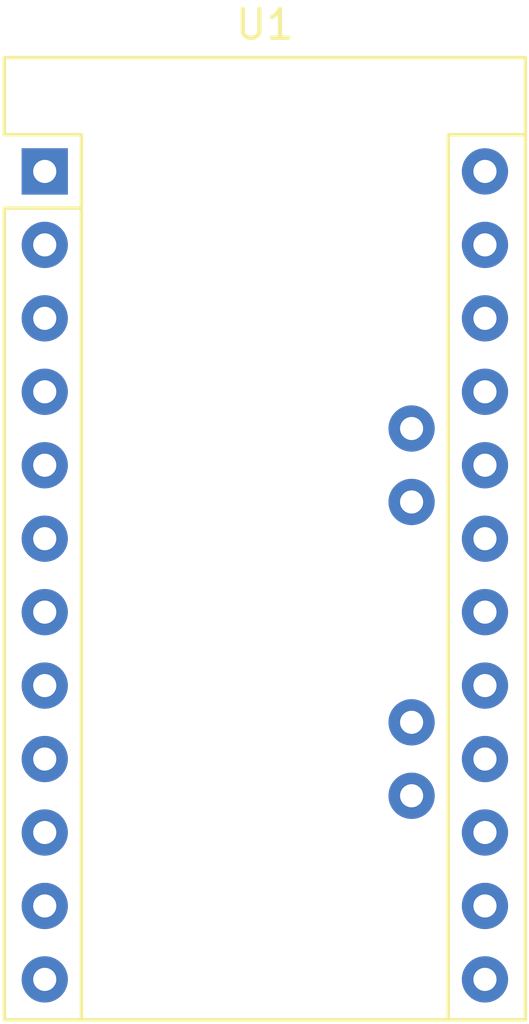
<source format=kicad_pcb>
(kicad_pcb (version 20171130) (host pcbnew "(5.1.10)-1")

  (general
    (thickness 1.6)
    (drawings 0)
    (tracks 0)
    (zones 0)
    (modules 1)
    (nets 1)
  )

  (page A4)
  (layers
    (0 F.Cu signal)
    (31 B.Cu signal)
    (32 B.Adhes user)
    (33 F.Adhes user)
    (34 B.Paste user)
    (35 F.Paste user)
    (36 B.SilkS user)
    (37 F.SilkS user)
    (38 B.Mask user)
    (39 F.Mask user)
    (40 Dwgs.User user)
    (41 Cmts.User user)
    (42 Eco1.User user)
    (43 Eco2.User user)
    (44 Edge.Cuts user)
    (45 Margin user)
    (46 B.CrtYd user)
    (47 F.CrtYd user)
    (48 B.Fab user)
    (49 F.Fab user)
  )

  (setup
    (last_trace_width 0.25)
    (trace_clearance 0.2)
    (zone_clearance 0.508)
    (zone_45_only no)
    (trace_min 0.2)
    (via_size 0.8)
    (via_drill 0.4)
    (via_min_size 0.4)
    (via_min_drill 0.3)
    (uvia_size 0.3)
    (uvia_drill 0.1)
    (uvias_allowed no)
    (uvia_min_size 0.2)
    (uvia_min_drill 0.1)
    (edge_width 0.05)
    (segment_width 0.2)
    (pcb_text_width 0.3)
    (pcb_text_size 1.5 1.5)
    (mod_edge_width 0.12)
    (mod_text_size 1 1)
    (mod_text_width 0.15)
    (pad_size 1.524 1.524)
    (pad_drill 0.762)
    (pad_to_mask_clearance 0)
    (aux_axis_origin 0 0)
    (visible_elements FFFFFF7F)
    (pcbplotparams
      (layerselection 0x010fc_ffffffff)
      (usegerberextensions false)
      (usegerberattributes true)
      (usegerberadvancedattributes true)
      (creategerberjobfile true)
      (excludeedgelayer true)
      (linewidth 0.100000)
      (plotframeref false)
      (viasonmask false)
      (mode 1)
      (useauxorigin false)
      (hpglpennumber 1)
      (hpglpenspeed 20)
      (hpglpendiameter 15.000000)
      (psnegative false)
      (psa4output false)
      (plotreference true)
      (plotvalue true)
      (plotinvisibletext false)
      (padsonsilk false)
      (subtractmaskfromsilk false)
      (outputformat 1)
      (mirror false)
      (drillshape 1)
      (scaleselection 1)
      (outputdirectory ""))
  )

  (net 0 "")

  (net_class Default "This is the default net class."
    (clearance 0.2)
    (trace_width 0.25)
    (via_dia 0.8)
    (via_drill 0.4)
    (uvia_dia 0.3)
    (uvia_drill 0.1)
    (add_net "Net-(U1-Pad1)")
    (add_net "Net-(U1-Pad10)")
    (add_net "Net-(U1-Pad11)")
    (add_net "Net-(U1-Pad12)")
    (add_net "Net-(U1-Pad13)")
    (add_net "Net-(U1-Pad14)")
    (add_net "Net-(U1-Pad15)")
    (add_net "Net-(U1-Pad16)")
    (add_net "Net-(U1-Pad17)")
    (add_net "Net-(U1-Pad18)")
    (add_net "Net-(U1-Pad19)")
    (add_net "Net-(U1-Pad2)")
    (add_net "Net-(U1-Pad20)")
    (add_net "Net-(U1-Pad21)")
    (add_net "Net-(U1-Pad22)")
    (add_net "Net-(U1-Pad23)")
    (add_net "Net-(U1-Pad24)")
    (add_net "Net-(U1-Pad3)")
    (add_net "Net-(U1-Pad4)")
    (add_net "Net-(U1-Pad5)")
    (add_net "Net-(U1-Pad6)")
    (add_net "Net-(U1-Pad7)")
    (add_net "Net-(U1-Pad8)")
    (add_net "Net-(U1-Pad9)")
    (add_net "Net-(U1-PadA4)")
    (add_net "Net-(U1-PadA5)")
    (add_net "Net-(U1-PadA6)")
    (add_net "Net-(U1-PadA7)")
  )

  (module Arduino:Arduino_Pro_Mini (layer F.Cu) (tedit 5FA0E9FC) (tstamp 61EF2AD2)
    (at 148.75 75.75)
    (descr "Arduino Pro Mini")
    (tags "Arduino Pro Mini")
    (path /61EFE1FE)
    (fp_text reference U1 (at 7.62 -5.08) (layer F.SilkS)
      (effects (font (size 1 1) (thickness 0.15)))
    )
    (fp_text value Arduino_Pro_Mini (at 8.89 19.05 90) (layer F.Fab)
      (effects (font (size 1 1) (thickness 0.15)))
    )
    (fp_text user %R (at 6.35 19.05 90) (layer F.Fab)
      (effects (font (size 1 1) (thickness 0.15)))
    )
    (fp_line (start 1.27 1.27) (end 1.27 -1.27) (layer F.SilkS) (width 0.12))
    (fp_line (start 1.27 -1.27) (end -1.397 -1.27) (layer F.SilkS) (width 0.12))
    (fp_line (start -1.397 1.27) (end -1.397 29.337) (layer F.SilkS) (width 0.12))
    (fp_line (start -1.397 -3.937) (end -1.397 -1.27) (layer F.SilkS) (width 0.12))
    (fp_line (start 13.97 -1.27) (end 16.64 -1.27) (layer F.SilkS) (width 0.12))
    (fp_line (start 13.97 -1.27) (end 13.97 29.337) (layer F.SilkS) (width 0.12))
    (fp_line (start -1.397 29.337) (end 16.64 29.337) (layer F.SilkS) (width 0.12))
    (fp_line (start 1.27 1.27) (end -1.397 1.27) (layer F.SilkS) (width 0.12))
    (fp_line (start 1.27 1.27) (end 1.27 29.337) (layer F.SilkS) (width 0.12))
    (fp_line (start 16.637 29.337) (end 16.637 -3.937) (layer F.SilkS) (width 0.12))
    (fp_line (start 16.637 -3.937) (end -1.397 -3.937) (layer F.SilkS) (width 0.12))
    (fp_line (start 16.51 29.21) (end -1.27 29.21) (layer F.Fab) (width 0.1))
    (fp_line (start -1.27 29.21) (end -1.27 -2.54) (layer F.Fab) (width 0.1))
    (fp_line (start -1.27 -2.54) (end 0 -3.81) (layer F.Fab) (width 0.1))
    (fp_line (start 0 -3.81) (end 16.51 -3.81) (layer F.Fab) (width 0.1))
    (fp_line (start 16.51 -3.81) (end 16.51 29.21) (layer F.Fab) (width 0.1))
    (fp_line (start -1.524 -4.064) (end 16.764 -4.064) (layer F.CrtYd) (width 0.05))
    (fp_line (start -1.524 -4.064) (end -1.524 29.464) (layer F.CrtYd) (width 0.05))
    (fp_line (start 16.764 29.464) (end 16.764 -4.064) (layer F.CrtYd) (width 0.05))
    (fp_line (start 16.764 29.464) (end -1.524 29.464) (layer F.CrtYd) (width 0.05))
    (pad A6 thru_hole oval (at 12.7 21.59) (size 1.6 1.6) (drill 0.8) (layers *.Cu *.Mask))
    (pad A7 thru_hole oval (at 12.7 19.05) (size 1.6 1.6) (drill 0.8) (layers *.Cu *.Mask))
    (pad A4 thru_hole oval (at 12.7 11.43) (size 1.6 1.6) (drill 0.8) (layers *.Cu *.Mask))
    (pad A5 thru_hole oval (at 12.7 8.89) (size 1.6 1.6) (drill 0.8) (layers *.Cu *.Mask))
    (pad 24 thru_hole oval (at 15.24 0) (size 1.6 1.6) (drill 0.8) (layers *.Cu *.Mask))
    (pad 23 thru_hole oval (at 15.24 2.54) (size 1.6 1.6) (drill 0.8) (layers *.Cu *.Mask))
    (pad 22 thru_hole oval (at 15.24 5.08) (size 1.6 1.6) (drill 0.8) (layers *.Cu *.Mask))
    (pad 12 thru_hole oval (at 0 27.94) (size 1.6 1.6) (drill 0.8) (layers *.Cu *.Mask))
    (pad 21 thru_hole oval (at 15.24 7.62) (size 1.6 1.6) (drill 0.8) (layers *.Cu *.Mask))
    (pad 11 thru_hole oval (at 0 25.4) (size 1.6 1.6) (drill 0.8) (layers *.Cu *.Mask))
    (pad 20 thru_hole oval (at 15.24 10.16) (size 1.6 1.6) (drill 0.8) (layers *.Cu *.Mask))
    (pad 10 thru_hole oval (at 0 22.86) (size 1.6 1.6) (drill 0.8) (layers *.Cu *.Mask))
    (pad 19 thru_hole oval (at 15.24 12.7) (size 1.6 1.6) (drill 0.8) (layers *.Cu *.Mask))
    (pad 9 thru_hole oval (at 0 20.32) (size 1.6 1.6) (drill 0.8) (layers *.Cu *.Mask))
    (pad 18 thru_hole oval (at 15.24 15.24) (size 1.6 1.6) (drill 0.8) (layers *.Cu *.Mask))
    (pad 8 thru_hole oval (at 0 17.78) (size 1.6 1.6) (drill 0.8) (layers *.Cu *.Mask))
    (pad 17 thru_hole oval (at 15.24 17.78) (size 1.6 1.6) (drill 0.8) (layers *.Cu *.Mask))
    (pad 7 thru_hole oval (at 0 15.24) (size 1.6 1.6) (drill 0.8) (layers *.Cu *.Mask))
    (pad 16 thru_hole oval (at 15.24 20.32) (size 1.6 1.6) (drill 0.8) (layers *.Cu *.Mask))
    (pad 6 thru_hole oval (at 0 12.7) (size 1.6 1.6) (drill 0.8) (layers *.Cu *.Mask))
    (pad 15 thru_hole oval (at 15.24 22.86) (size 1.6 1.6) (drill 0.8) (layers *.Cu *.Mask))
    (pad 5 thru_hole oval (at 0 10.16) (size 1.6 1.6) (drill 0.8) (layers *.Cu *.Mask))
    (pad 14 thru_hole oval (at 15.24 25.4) (size 1.6 1.6) (drill 0.8) (layers *.Cu *.Mask))
    (pad 4 thru_hole oval (at 0 7.62) (size 1.6 1.6) (drill 0.8) (layers *.Cu *.Mask))
    (pad 13 thru_hole oval (at 15.24 27.94) (size 1.6 1.6) (drill 0.8) (layers *.Cu *.Mask))
    (pad 3 thru_hole oval (at 0 5.08) (size 1.6 1.6) (drill 0.8) (layers *.Cu *.Mask))
    (pad 2 thru_hole oval (at 0 2.54) (size 1.6 1.6) (drill 0.8) (layers *.Cu *.Mask))
    (pad 1 thru_hole rect (at 0 0) (size 1.6 1.6) (drill 0.8) (layers *.Cu *.Mask))
    (model ${KISYS3DMOD}/Module.3dshapes/Arduino_Nano_WithMountingHoles.wrl
      (at (xyz 0 0 0))
      (scale (xyz 1 1 1))
      (rotate (xyz 0 0 0))
    )
    (model ${LOCALREPO}/kicad-lib-arduino/Arduino.3dshapes/arduino_pro_mini.x3d
      (at (xyz 0 0 0))
      (scale (xyz 1 1 1))
      (rotate (xyz 0 0 0))
    )
  )

)

</source>
